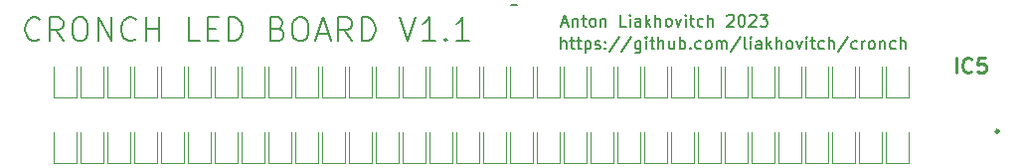
<source format=gbr>
%TF.GenerationSoftware,KiCad,Pcbnew,6.0.9*%
%TF.CreationDate,2023-02-18T01:22:43-08:00*%
%TF.ProjectId,effectpedal,65666665-6374-4706-9564-616c2e6b6963,rev?*%
%TF.SameCoordinates,Original*%
%TF.FileFunction,Legend,Top*%
%TF.FilePolarity,Positive*%
%FSLAX46Y46*%
G04 Gerber Fmt 4.6, Leading zero omitted, Abs format (unit mm)*
G04 Created by KiCad (PCBNEW 6.0.9) date 2023-02-18 01:22:43*
%MOMM*%
%LPD*%
G01*
G04 APERTURE LIST*
%ADD10C,0.150000*%
%ADD11C,0.254000*%
%ADD12C,0.120000*%
%ADD13C,0.250000*%
G04 APERTURE END LIST*
D10*
X106148500Y-167877000D02*
X105640500Y-167877000D01*
X105640500Y-167877000D02*
X106148500Y-167877000D01*
X106148500Y-167877000D02*
X105640500Y-167877000D01*
X65494833Y-170767285D02*
X65399595Y-170862523D01*
X65113880Y-170957761D01*
X64923404Y-170957761D01*
X64637690Y-170862523D01*
X64447214Y-170672047D01*
X64351976Y-170481571D01*
X64256738Y-170100619D01*
X64256738Y-169814904D01*
X64351976Y-169433952D01*
X64447214Y-169243476D01*
X64637690Y-169053000D01*
X64923404Y-168957761D01*
X65113880Y-168957761D01*
X65399595Y-169053000D01*
X65494833Y-169148238D01*
X67494833Y-170957761D02*
X66828166Y-170005380D01*
X66351976Y-170957761D02*
X66351976Y-168957761D01*
X67113880Y-168957761D01*
X67304357Y-169053000D01*
X67399595Y-169148238D01*
X67494833Y-169338714D01*
X67494833Y-169624428D01*
X67399595Y-169814904D01*
X67304357Y-169910142D01*
X67113880Y-170005380D01*
X66351976Y-170005380D01*
X68732928Y-168957761D02*
X69113880Y-168957761D01*
X69304357Y-169053000D01*
X69494833Y-169243476D01*
X69590071Y-169624428D01*
X69590071Y-170291095D01*
X69494833Y-170672047D01*
X69304357Y-170862523D01*
X69113880Y-170957761D01*
X68732928Y-170957761D01*
X68542452Y-170862523D01*
X68351976Y-170672047D01*
X68256738Y-170291095D01*
X68256738Y-169624428D01*
X68351976Y-169243476D01*
X68542452Y-169053000D01*
X68732928Y-168957761D01*
X70447214Y-170957761D02*
X70447214Y-168957761D01*
X71590071Y-170957761D01*
X71590071Y-168957761D01*
X73685309Y-170767285D02*
X73590071Y-170862523D01*
X73304357Y-170957761D01*
X73113880Y-170957761D01*
X72828166Y-170862523D01*
X72637690Y-170672047D01*
X72542452Y-170481571D01*
X72447214Y-170100619D01*
X72447214Y-169814904D01*
X72542452Y-169433952D01*
X72637690Y-169243476D01*
X72828166Y-169053000D01*
X73113880Y-168957761D01*
X73304357Y-168957761D01*
X73590071Y-169053000D01*
X73685309Y-169148238D01*
X74542452Y-170957761D02*
X74542452Y-168957761D01*
X74542452Y-169910142D02*
X75685309Y-169910142D01*
X75685309Y-170957761D02*
X75685309Y-168957761D01*
X79113880Y-170957761D02*
X78161500Y-170957761D01*
X78161500Y-168957761D01*
X79780547Y-169910142D02*
X80447214Y-169910142D01*
X80732928Y-170957761D02*
X79780547Y-170957761D01*
X79780547Y-168957761D01*
X80732928Y-168957761D01*
X81590071Y-170957761D02*
X81590071Y-168957761D01*
X82066261Y-168957761D01*
X82351976Y-169053000D01*
X82542452Y-169243476D01*
X82637690Y-169433952D01*
X82732928Y-169814904D01*
X82732928Y-170100619D01*
X82637690Y-170481571D01*
X82542452Y-170672047D01*
X82351976Y-170862523D01*
X82066261Y-170957761D01*
X81590071Y-170957761D01*
X85780547Y-169910142D02*
X86066261Y-170005380D01*
X86161500Y-170100619D01*
X86256738Y-170291095D01*
X86256738Y-170576809D01*
X86161500Y-170767285D01*
X86066261Y-170862523D01*
X85875785Y-170957761D01*
X85113880Y-170957761D01*
X85113880Y-168957761D01*
X85780547Y-168957761D01*
X85971023Y-169053000D01*
X86066261Y-169148238D01*
X86161500Y-169338714D01*
X86161500Y-169529190D01*
X86066261Y-169719666D01*
X85971023Y-169814904D01*
X85780547Y-169910142D01*
X85113880Y-169910142D01*
X87494833Y-168957761D02*
X87875785Y-168957761D01*
X88066261Y-169053000D01*
X88256738Y-169243476D01*
X88351976Y-169624428D01*
X88351976Y-170291095D01*
X88256738Y-170672047D01*
X88066261Y-170862523D01*
X87875785Y-170957761D01*
X87494833Y-170957761D01*
X87304357Y-170862523D01*
X87113880Y-170672047D01*
X87018642Y-170291095D01*
X87018642Y-169624428D01*
X87113880Y-169243476D01*
X87304357Y-169053000D01*
X87494833Y-168957761D01*
X89113880Y-170386333D02*
X90066261Y-170386333D01*
X88923404Y-170957761D02*
X89590071Y-168957761D01*
X90256738Y-170957761D01*
X92066261Y-170957761D02*
X91399595Y-170005380D01*
X90923404Y-170957761D02*
X90923404Y-168957761D01*
X91685309Y-168957761D01*
X91875785Y-169053000D01*
X91971023Y-169148238D01*
X92066261Y-169338714D01*
X92066261Y-169624428D01*
X91971023Y-169814904D01*
X91875785Y-169910142D01*
X91685309Y-170005380D01*
X90923404Y-170005380D01*
X92923404Y-170957761D02*
X92923404Y-168957761D01*
X93399595Y-168957761D01*
X93685309Y-169053000D01*
X93875785Y-169243476D01*
X93971023Y-169433952D01*
X94066261Y-169814904D01*
X94066261Y-170100619D01*
X93971023Y-170481571D01*
X93875785Y-170672047D01*
X93685309Y-170862523D01*
X93399595Y-170957761D01*
X92923404Y-170957761D01*
X96161500Y-168957761D02*
X96828166Y-170957761D01*
X97494833Y-168957761D01*
X99209119Y-170957761D02*
X98066261Y-170957761D01*
X98637690Y-170957761D02*
X98637690Y-168957761D01*
X98447214Y-169243476D01*
X98256738Y-169433952D01*
X98066261Y-169529190D01*
X100066261Y-170767285D02*
X100161500Y-170862523D01*
X100066261Y-170957761D01*
X99971023Y-170862523D01*
X100066261Y-170767285D01*
X100066261Y-170957761D01*
X102066261Y-170957761D02*
X100923404Y-170957761D01*
X101494833Y-170957761D02*
X101494833Y-168957761D01*
X101304357Y-169243476D01*
X101113880Y-169433952D01*
X100923404Y-169529190D01*
X109896833Y-171648380D02*
X109896833Y-170648380D01*
X110325404Y-171648380D02*
X110325404Y-171124571D01*
X110277785Y-171029333D01*
X110182547Y-170981714D01*
X110039690Y-170981714D01*
X109944452Y-171029333D01*
X109896833Y-171076952D01*
X110658738Y-170981714D02*
X111039690Y-170981714D01*
X110801595Y-170648380D02*
X110801595Y-171505523D01*
X110849214Y-171600761D01*
X110944452Y-171648380D01*
X111039690Y-171648380D01*
X111230166Y-170981714D02*
X111611119Y-170981714D01*
X111373023Y-170648380D02*
X111373023Y-171505523D01*
X111420642Y-171600761D01*
X111515880Y-171648380D01*
X111611119Y-171648380D01*
X111944452Y-170981714D02*
X111944452Y-171981714D01*
X111944452Y-171029333D02*
X112039690Y-170981714D01*
X112230166Y-170981714D01*
X112325404Y-171029333D01*
X112373023Y-171076952D01*
X112420642Y-171172190D01*
X112420642Y-171457904D01*
X112373023Y-171553142D01*
X112325404Y-171600761D01*
X112230166Y-171648380D01*
X112039690Y-171648380D01*
X111944452Y-171600761D01*
X112801595Y-171600761D02*
X112896833Y-171648380D01*
X113087309Y-171648380D01*
X113182547Y-171600761D01*
X113230166Y-171505523D01*
X113230166Y-171457904D01*
X113182547Y-171362666D01*
X113087309Y-171315047D01*
X112944452Y-171315047D01*
X112849214Y-171267428D01*
X112801595Y-171172190D01*
X112801595Y-171124571D01*
X112849214Y-171029333D01*
X112944452Y-170981714D01*
X113087309Y-170981714D01*
X113182547Y-171029333D01*
X113658738Y-171553142D02*
X113706357Y-171600761D01*
X113658738Y-171648380D01*
X113611119Y-171600761D01*
X113658738Y-171553142D01*
X113658738Y-171648380D01*
X113658738Y-171029333D02*
X113706357Y-171076952D01*
X113658738Y-171124571D01*
X113611119Y-171076952D01*
X113658738Y-171029333D01*
X113658738Y-171124571D01*
X114849214Y-170600761D02*
X113992071Y-171886476D01*
X115896833Y-170600761D02*
X115039690Y-171886476D01*
X116658738Y-170981714D02*
X116658738Y-171791238D01*
X116611119Y-171886476D01*
X116563500Y-171934095D01*
X116468261Y-171981714D01*
X116325404Y-171981714D01*
X116230166Y-171934095D01*
X116658738Y-171600761D02*
X116563500Y-171648380D01*
X116373023Y-171648380D01*
X116277785Y-171600761D01*
X116230166Y-171553142D01*
X116182547Y-171457904D01*
X116182547Y-171172190D01*
X116230166Y-171076952D01*
X116277785Y-171029333D01*
X116373023Y-170981714D01*
X116563500Y-170981714D01*
X116658738Y-171029333D01*
X117134928Y-171648380D02*
X117134928Y-170981714D01*
X117134928Y-170648380D02*
X117087309Y-170696000D01*
X117134928Y-170743619D01*
X117182547Y-170696000D01*
X117134928Y-170648380D01*
X117134928Y-170743619D01*
X117468261Y-170981714D02*
X117849214Y-170981714D01*
X117611119Y-170648380D02*
X117611119Y-171505523D01*
X117658738Y-171600761D01*
X117753976Y-171648380D01*
X117849214Y-171648380D01*
X118182547Y-171648380D02*
X118182547Y-170648380D01*
X118611119Y-171648380D02*
X118611119Y-171124571D01*
X118563500Y-171029333D01*
X118468261Y-170981714D01*
X118325404Y-170981714D01*
X118230166Y-171029333D01*
X118182547Y-171076952D01*
X119515880Y-170981714D02*
X119515880Y-171648380D01*
X119087309Y-170981714D02*
X119087309Y-171505523D01*
X119134928Y-171600761D01*
X119230166Y-171648380D01*
X119373023Y-171648380D01*
X119468261Y-171600761D01*
X119515880Y-171553142D01*
X119992071Y-171648380D02*
X119992071Y-170648380D01*
X119992071Y-171029333D02*
X120087309Y-170981714D01*
X120277785Y-170981714D01*
X120373023Y-171029333D01*
X120420642Y-171076952D01*
X120468261Y-171172190D01*
X120468261Y-171457904D01*
X120420642Y-171553142D01*
X120373023Y-171600761D01*
X120277785Y-171648380D01*
X120087309Y-171648380D01*
X119992071Y-171600761D01*
X120896833Y-171553142D02*
X120944452Y-171600761D01*
X120896833Y-171648380D01*
X120849214Y-171600761D01*
X120896833Y-171553142D01*
X120896833Y-171648380D01*
X121801595Y-171600761D02*
X121706357Y-171648380D01*
X121515880Y-171648380D01*
X121420642Y-171600761D01*
X121373023Y-171553142D01*
X121325404Y-171457904D01*
X121325404Y-171172190D01*
X121373023Y-171076952D01*
X121420642Y-171029333D01*
X121515880Y-170981714D01*
X121706357Y-170981714D01*
X121801595Y-171029333D01*
X122373023Y-171648380D02*
X122277785Y-171600761D01*
X122230166Y-171553142D01*
X122182547Y-171457904D01*
X122182547Y-171172190D01*
X122230166Y-171076952D01*
X122277785Y-171029333D01*
X122373023Y-170981714D01*
X122515880Y-170981714D01*
X122611119Y-171029333D01*
X122658738Y-171076952D01*
X122706357Y-171172190D01*
X122706357Y-171457904D01*
X122658738Y-171553142D01*
X122611119Y-171600761D01*
X122515880Y-171648380D01*
X122373023Y-171648380D01*
X123134928Y-171648380D02*
X123134928Y-170981714D01*
X123134928Y-171076952D02*
X123182547Y-171029333D01*
X123277785Y-170981714D01*
X123420642Y-170981714D01*
X123515880Y-171029333D01*
X123563500Y-171124571D01*
X123563500Y-171648380D01*
X123563500Y-171124571D02*
X123611119Y-171029333D01*
X123706357Y-170981714D01*
X123849214Y-170981714D01*
X123944452Y-171029333D01*
X123992071Y-171124571D01*
X123992071Y-171648380D01*
X125182547Y-170600761D02*
X124325404Y-171886476D01*
X125658738Y-171648380D02*
X125563500Y-171600761D01*
X125515880Y-171505523D01*
X125515880Y-170648380D01*
X126039690Y-171648380D02*
X126039690Y-170981714D01*
X126039690Y-170648380D02*
X125992071Y-170696000D01*
X126039690Y-170743619D01*
X126087309Y-170696000D01*
X126039690Y-170648380D01*
X126039690Y-170743619D01*
X126944452Y-171648380D02*
X126944452Y-171124571D01*
X126896833Y-171029333D01*
X126801595Y-170981714D01*
X126611119Y-170981714D01*
X126515880Y-171029333D01*
X126944452Y-171600761D02*
X126849214Y-171648380D01*
X126611119Y-171648380D01*
X126515880Y-171600761D01*
X126468261Y-171505523D01*
X126468261Y-171410285D01*
X126515880Y-171315047D01*
X126611119Y-171267428D01*
X126849214Y-171267428D01*
X126944452Y-171219809D01*
X127420642Y-171648380D02*
X127420642Y-170648380D01*
X127515880Y-171267428D02*
X127801595Y-171648380D01*
X127801595Y-170981714D02*
X127420642Y-171362666D01*
X128230166Y-171648380D02*
X128230166Y-170648380D01*
X128658738Y-171648380D02*
X128658738Y-171124571D01*
X128611119Y-171029333D01*
X128515880Y-170981714D01*
X128373023Y-170981714D01*
X128277785Y-171029333D01*
X128230166Y-171076952D01*
X129277785Y-171648380D02*
X129182547Y-171600761D01*
X129134928Y-171553142D01*
X129087309Y-171457904D01*
X129087309Y-171172190D01*
X129134928Y-171076952D01*
X129182547Y-171029333D01*
X129277785Y-170981714D01*
X129420642Y-170981714D01*
X129515880Y-171029333D01*
X129563500Y-171076952D01*
X129611119Y-171172190D01*
X129611119Y-171457904D01*
X129563500Y-171553142D01*
X129515880Y-171600761D01*
X129420642Y-171648380D01*
X129277785Y-171648380D01*
X129944452Y-170981714D02*
X130182547Y-171648380D01*
X130420642Y-170981714D01*
X130801595Y-171648380D02*
X130801595Y-170981714D01*
X130801595Y-170648380D02*
X130753976Y-170696000D01*
X130801595Y-170743619D01*
X130849214Y-170696000D01*
X130801595Y-170648380D01*
X130801595Y-170743619D01*
X131134928Y-170981714D02*
X131515880Y-170981714D01*
X131277785Y-170648380D02*
X131277785Y-171505523D01*
X131325404Y-171600761D01*
X131420642Y-171648380D01*
X131515880Y-171648380D01*
X132277785Y-171600761D02*
X132182547Y-171648380D01*
X131992071Y-171648380D01*
X131896833Y-171600761D01*
X131849214Y-171553142D01*
X131801595Y-171457904D01*
X131801595Y-171172190D01*
X131849214Y-171076952D01*
X131896833Y-171029333D01*
X131992071Y-170981714D01*
X132182547Y-170981714D01*
X132277785Y-171029333D01*
X132706357Y-171648380D02*
X132706357Y-170648380D01*
X133134928Y-171648380D02*
X133134928Y-171124571D01*
X133087309Y-171029333D01*
X132992071Y-170981714D01*
X132849214Y-170981714D01*
X132753976Y-171029333D01*
X132706357Y-171076952D01*
X134325404Y-170600761D02*
X133468261Y-171886476D01*
X135087309Y-171600761D02*
X134992071Y-171648380D01*
X134801595Y-171648380D01*
X134706357Y-171600761D01*
X134658738Y-171553142D01*
X134611119Y-171457904D01*
X134611119Y-171172190D01*
X134658738Y-171076952D01*
X134706357Y-171029333D01*
X134801595Y-170981714D01*
X134992071Y-170981714D01*
X135087309Y-171029333D01*
X135515880Y-171648380D02*
X135515880Y-170981714D01*
X135515880Y-171172190D02*
X135563500Y-171076952D01*
X135611119Y-171029333D01*
X135706357Y-170981714D01*
X135801595Y-170981714D01*
X136277785Y-171648380D02*
X136182547Y-171600761D01*
X136134928Y-171553142D01*
X136087309Y-171457904D01*
X136087309Y-171172190D01*
X136134928Y-171076952D01*
X136182547Y-171029333D01*
X136277785Y-170981714D01*
X136420642Y-170981714D01*
X136515880Y-171029333D01*
X136563500Y-171076952D01*
X136611119Y-171172190D01*
X136611119Y-171457904D01*
X136563500Y-171553142D01*
X136515880Y-171600761D01*
X136420642Y-171648380D01*
X136277785Y-171648380D01*
X137039690Y-170981714D02*
X137039690Y-171648380D01*
X137039690Y-171076952D02*
X137087309Y-171029333D01*
X137182547Y-170981714D01*
X137325404Y-170981714D01*
X137420642Y-171029333D01*
X137468261Y-171124571D01*
X137468261Y-171648380D01*
X138373023Y-171600761D02*
X138277785Y-171648380D01*
X138087309Y-171648380D01*
X137992071Y-171600761D01*
X137944452Y-171553142D01*
X137896833Y-171457904D01*
X137896833Y-171172190D01*
X137944452Y-171076952D01*
X137992071Y-171029333D01*
X138087309Y-170981714D01*
X138277785Y-170981714D01*
X138373023Y-171029333D01*
X138801595Y-171648380D02*
X138801595Y-170648380D01*
X139230166Y-171648380D02*
X139230166Y-171124571D01*
X139182547Y-171029333D01*
X139087309Y-170981714D01*
X138944452Y-170981714D01*
X138849214Y-171029333D01*
X138801595Y-171076952D01*
X109983404Y-169457666D02*
X110459595Y-169457666D01*
X109888166Y-169743380D02*
X110221500Y-168743380D01*
X110554833Y-169743380D01*
X110888166Y-169076714D02*
X110888166Y-169743380D01*
X110888166Y-169171952D02*
X110935785Y-169124333D01*
X111031023Y-169076714D01*
X111173880Y-169076714D01*
X111269119Y-169124333D01*
X111316738Y-169219571D01*
X111316738Y-169743380D01*
X111650071Y-169076714D02*
X112031023Y-169076714D01*
X111792928Y-168743380D02*
X111792928Y-169600523D01*
X111840547Y-169695761D01*
X111935785Y-169743380D01*
X112031023Y-169743380D01*
X112507214Y-169743380D02*
X112411976Y-169695761D01*
X112364357Y-169648142D01*
X112316738Y-169552904D01*
X112316738Y-169267190D01*
X112364357Y-169171952D01*
X112411976Y-169124333D01*
X112507214Y-169076714D01*
X112650071Y-169076714D01*
X112745309Y-169124333D01*
X112792928Y-169171952D01*
X112840547Y-169267190D01*
X112840547Y-169552904D01*
X112792928Y-169648142D01*
X112745309Y-169695761D01*
X112650071Y-169743380D01*
X112507214Y-169743380D01*
X113269119Y-169076714D02*
X113269119Y-169743380D01*
X113269119Y-169171952D02*
X113316738Y-169124333D01*
X113411976Y-169076714D01*
X113554833Y-169076714D01*
X113650071Y-169124333D01*
X113697690Y-169219571D01*
X113697690Y-169743380D01*
X115411976Y-169743380D02*
X114935785Y-169743380D01*
X114935785Y-168743380D01*
X115745309Y-169743380D02*
X115745309Y-169076714D01*
X115745309Y-168743380D02*
X115697690Y-168791000D01*
X115745309Y-168838619D01*
X115792928Y-168791000D01*
X115745309Y-168743380D01*
X115745309Y-168838619D01*
X116650071Y-169743380D02*
X116650071Y-169219571D01*
X116602452Y-169124333D01*
X116507214Y-169076714D01*
X116316738Y-169076714D01*
X116221500Y-169124333D01*
X116650071Y-169695761D02*
X116554833Y-169743380D01*
X116316738Y-169743380D01*
X116221500Y-169695761D01*
X116173880Y-169600523D01*
X116173880Y-169505285D01*
X116221500Y-169410047D01*
X116316738Y-169362428D01*
X116554833Y-169362428D01*
X116650071Y-169314809D01*
X117126261Y-169743380D02*
X117126261Y-168743380D01*
X117221500Y-169362428D02*
X117507214Y-169743380D01*
X117507214Y-169076714D02*
X117126261Y-169457666D01*
X117935785Y-169743380D02*
X117935785Y-168743380D01*
X118364357Y-169743380D02*
X118364357Y-169219571D01*
X118316738Y-169124333D01*
X118221500Y-169076714D01*
X118078642Y-169076714D01*
X117983404Y-169124333D01*
X117935785Y-169171952D01*
X118983404Y-169743380D02*
X118888166Y-169695761D01*
X118840547Y-169648142D01*
X118792928Y-169552904D01*
X118792928Y-169267190D01*
X118840547Y-169171952D01*
X118888166Y-169124333D01*
X118983404Y-169076714D01*
X119126261Y-169076714D01*
X119221500Y-169124333D01*
X119269119Y-169171952D01*
X119316738Y-169267190D01*
X119316738Y-169552904D01*
X119269119Y-169648142D01*
X119221500Y-169695761D01*
X119126261Y-169743380D01*
X118983404Y-169743380D01*
X119650071Y-169076714D02*
X119888166Y-169743380D01*
X120126261Y-169076714D01*
X120507214Y-169743380D02*
X120507214Y-169076714D01*
X120507214Y-168743380D02*
X120459595Y-168791000D01*
X120507214Y-168838619D01*
X120554833Y-168791000D01*
X120507214Y-168743380D01*
X120507214Y-168838619D01*
X120840547Y-169076714D02*
X121221500Y-169076714D01*
X120983404Y-168743380D02*
X120983404Y-169600523D01*
X121031023Y-169695761D01*
X121126261Y-169743380D01*
X121221500Y-169743380D01*
X121983404Y-169695761D02*
X121888166Y-169743380D01*
X121697690Y-169743380D01*
X121602452Y-169695761D01*
X121554833Y-169648142D01*
X121507214Y-169552904D01*
X121507214Y-169267190D01*
X121554833Y-169171952D01*
X121602452Y-169124333D01*
X121697690Y-169076714D01*
X121888166Y-169076714D01*
X121983404Y-169124333D01*
X122411976Y-169743380D02*
X122411976Y-168743380D01*
X122840547Y-169743380D02*
X122840547Y-169219571D01*
X122792928Y-169124333D01*
X122697690Y-169076714D01*
X122554833Y-169076714D01*
X122459595Y-169124333D01*
X122411976Y-169171952D01*
X124031023Y-168838619D02*
X124078642Y-168791000D01*
X124173880Y-168743380D01*
X124411976Y-168743380D01*
X124507214Y-168791000D01*
X124554833Y-168838619D01*
X124602452Y-168933857D01*
X124602452Y-169029095D01*
X124554833Y-169171952D01*
X123983404Y-169743380D01*
X124602452Y-169743380D01*
X125221500Y-168743380D02*
X125316738Y-168743380D01*
X125411976Y-168791000D01*
X125459595Y-168838619D01*
X125507214Y-168933857D01*
X125554833Y-169124333D01*
X125554833Y-169362428D01*
X125507214Y-169552904D01*
X125459595Y-169648142D01*
X125411976Y-169695761D01*
X125316738Y-169743380D01*
X125221500Y-169743380D01*
X125126261Y-169695761D01*
X125078642Y-169648142D01*
X125031023Y-169552904D01*
X124983404Y-169362428D01*
X124983404Y-169124333D01*
X125031023Y-168933857D01*
X125078642Y-168838619D01*
X125126261Y-168791000D01*
X125221500Y-168743380D01*
X125935785Y-168838619D02*
X125983404Y-168791000D01*
X126078642Y-168743380D01*
X126316738Y-168743380D01*
X126411976Y-168791000D01*
X126459595Y-168838619D01*
X126507214Y-168933857D01*
X126507214Y-169029095D01*
X126459595Y-169171952D01*
X125888166Y-169743380D01*
X126507214Y-169743380D01*
X126840547Y-168743380D02*
X127459595Y-168743380D01*
X127126261Y-169124333D01*
X127269119Y-169124333D01*
X127364357Y-169171952D01*
X127411976Y-169219571D01*
X127459595Y-169314809D01*
X127459595Y-169552904D01*
X127411976Y-169648142D01*
X127364357Y-169695761D01*
X127269119Y-169743380D01*
X126983404Y-169743380D01*
X126888166Y-169695761D01*
X126840547Y-169648142D01*
D11*
%TO.C,IC5*%
X143516738Y-173675523D02*
X143516738Y-172405523D01*
X144847214Y-173554571D02*
X144786738Y-173615047D01*
X144605309Y-173675523D01*
X144484357Y-173675523D01*
X144302928Y-173615047D01*
X144181976Y-173494095D01*
X144121500Y-173373142D01*
X144061023Y-173131238D01*
X144061023Y-172949809D01*
X144121500Y-172707904D01*
X144181976Y-172586952D01*
X144302928Y-172466000D01*
X144484357Y-172405523D01*
X144605309Y-172405523D01*
X144786738Y-172466000D01*
X144847214Y-172526476D01*
X145996261Y-172405523D02*
X145391500Y-172405523D01*
X145331023Y-173010285D01*
X145391500Y-172949809D01*
X145512452Y-172889333D01*
X145814833Y-172889333D01*
X145935785Y-172949809D01*
X145996261Y-173010285D01*
X146056738Y-173131238D01*
X146056738Y-173433619D01*
X145996261Y-173554571D01*
X145935785Y-173615047D01*
X145814833Y-173675523D01*
X145512452Y-173675523D01*
X145391500Y-173615047D01*
X145331023Y-173554571D01*
D12*
%TO.C,D28*%
X91853500Y-173117000D02*
X91853500Y-175802000D01*
X91853500Y-175802000D02*
X93773500Y-175802000D01*
X93773500Y-175802000D02*
X93773500Y-173117000D01*
%TO.C,D35*%
X107855500Y-173117000D02*
X107855500Y-175802000D01*
X107855500Y-175802000D02*
X109775500Y-175802000D01*
X109775500Y-175802000D02*
X109775500Y-173117000D01*
%TO.C,D78*%
X133001500Y-178705000D02*
X133001500Y-181390000D01*
X134921500Y-181390000D02*
X134921500Y-178705000D01*
X133001500Y-181390000D02*
X134921500Y-181390000D01*
%TO.C,D32*%
X100997500Y-175802000D02*
X102917500Y-175802000D01*
X102917500Y-175802000D02*
X102917500Y-173117000D01*
X100997500Y-173117000D02*
X100997500Y-175802000D01*
%TO.C,D51*%
X71279500Y-181390000D02*
X73199500Y-181390000D01*
X71279500Y-178705000D02*
X71279500Y-181390000D01*
X73199500Y-181390000D02*
X73199500Y-178705000D01*
%TO.C,D26*%
X87281500Y-173117000D02*
X87281500Y-175802000D01*
X87281500Y-175802000D02*
X89201500Y-175802000D01*
X89201500Y-175802000D02*
X89201500Y-173117000D01*
%TO.C,D20*%
X75485500Y-175802000D02*
X75485500Y-173117000D01*
X73565500Y-175802000D02*
X75485500Y-175802000D01*
X73565500Y-173117000D02*
X73565500Y-175802000D01*
%TO.C,D59*%
X91487500Y-181390000D02*
X91487500Y-178705000D01*
X89567500Y-181390000D02*
X91487500Y-181390000D01*
X89567500Y-178705000D02*
X89567500Y-181390000D01*
%TO.C,D48*%
X137573500Y-175802000D02*
X139493500Y-175802000D01*
X137573500Y-173117000D02*
X137573500Y-175802000D01*
X139493500Y-175802000D02*
X139493500Y-173117000D01*
%TO.C,D74*%
X123857500Y-181390000D02*
X125777500Y-181390000D01*
X125777500Y-181390000D02*
X125777500Y-178705000D01*
X123857500Y-178705000D02*
X123857500Y-181390000D01*
%TO.C,D57*%
X84995500Y-181390000D02*
X86915500Y-181390000D01*
X86915500Y-181390000D02*
X86915500Y-178705000D01*
X84995500Y-178705000D02*
X84995500Y-181390000D01*
%TO.C,D40*%
X119285500Y-173117000D02*
X119285500Y-175802000D01*
X119285500Y-175802000D02*
X121205500Y-175802000D01*
X121205500Y-175802000D02*
X121205500Y-173117000D01*
%TO.C,D61*%
X94139500Y-181390000D02*
X96059500Y-181390000D01*
X94139500Y-178705000D02*
X94139500Y-181390000D01*
X96059500Y-181390000D02*
X96059500Y-178705000D01*
%TO.C,D67*%
X107855500Y-178705000D02*
X107855500Y-181390000D01*
X107855500Y-181390000D02*
X109775500Y-181390000D01*
X109775500Y-181390000D02*
X109775500Y-178705000D01*
%TO.C,D77*%
X130715500Y-178705000D02*
X130715500Y-181390000D01*
X130715500Y-181390000D02*
X132635500Y-181390000D01*
X132635500Y-181390000D02*
X132635500Y-178705000D01*
%TO.C,D63*%
X100631500Y-181390000D02*
X100631500Y-178705000D01*
X98711500Y-181390000D02*
X100631500Y-181390000D01*
X98711500Y-178705000D02*
X98711500Y-181390000D01*
%TO.C,D72*%
X121205500Y-181390000D02*
X121205500Y-178705000D01*
X119285500Y-181390000D02*
X121205500Y-181390000D01*
X119285500Y-178705000D02*
X119285500Y-181390000D01*
%TO.C,D25*%
X84995500Y-175802000D02*
X86915500Y-175802000D01*
X86915500Y-175802000D02*
X86915500Y-173117000D01*
X84995500Y-173117000D02*
X84995500Y-175802000D01*
%TO.C,D55*%
X82343500Y-181390000D02*
X82343500Y-178705000D01*
X80423500Y-181390000D02*
X82343500Y-181390000D01*
X80423500Y-178705000D02*
X80423500Y-181390000D01*
%TO.C,D52*%
X75485500Y-181390000D02*
X75485500Y-178705000D01*
X73565500Y-178705000D02*
X73565500Y-181390000D01*
X73565500Y-181390000D02*
X75485500Y-181390000D01*
%TO.C,D39*%
X116999500Y-175802000D02*
X118919500Y-175802000D01*
X118919500Y-175802000D02*
X118919500Y-173117000D01*
X116999500Y-173117000D02*
X116999500Y-175802000D01*
%TO.C,D75*%
X128063500Y-181390000D02*
X128063500Y-178705000D01*
X126143500Y-181390000D02*
X128063500Y-181390000D01*
X126143500Y-178705000D02*
X126143500Y-181390000D01*
%TO.C,D58*%
X87281500Y-178705000D02*
X87281500Y-181390000D01*
X89201500Y-181390000D02*
X89201500Y-178705000D01*
X87281500Y-181390000D02*
X89201500Y-181390000D01*
%TO.C,D46*%
X133001500Y-173117000D02*
X133001500Y-175802000D01*
X133001500Y-175802000D02*
X134921500Y-175802000D01*
X134921500Y-175802000D02*
X134921500Y-173117000D01*
%TO.C,D21*%
X75851500Y-173117000D02*
X75851500Y-175802000D01*
X75851500Y-175802000D02*
X77771500Y-175802000D01*
X77771500Y-175802000D02*
X77771500Y-173117000D01*
%TO.C,D42*%
X123857500Y-173117000D02*
X123857500Y-175802000D01*
X123857500Y-175802000D02*
X125777500Y-175802000D01*
X125777500Y-175802000D02*
X125777500Y-173117000D01*
%TO.C,D31*%
X100631500Y-175802000D02*
X100631500Y-173117000D01*
X98711500Y-175802000D02*
X100631500Y-175802000D01*
X98711500Y-173117000D02*
X98711500Y-175802000D01*
%TO.C,D34*%
X105569500Y-173117000D02*
X105569500Y-175802000D01*
X107489500Y-175802000D02*
X107489500Y-173117000D01*
X105569500Y-175802000D02*
X107489500Y-175802000D01*
%TO.C,D23*%
X82343500Y-175802000D02*
X82343500Y-173117000D01*
X80423500Y-173117000D02*
X80423500Y-175802000D01*
X80423500Y-175802000D02*
X82343500Y-175802000D01*
%TO.C,D45*%
X130715500Y-175802000D02*
X132635500Y-175802000D01*
X130715500Y-173117000D02*
X130715500Y-175802000D01*
X132635500Y-175802000D02*
X132635500Y-173117000D01*
%TO.C,D65*%
X103283500Y-181390000D02*
X105203500Y-181390000D01*
X105203500Y-181390000D02*
X105203500Y-178705000D01*
X103283500Y-178705000D02*
X103283500Y-181390000D01*
%TO.C,D27*%
X89567500Y-175802000D02*
X91487500Y-175802000D01*
X91487500Y-175802000D02*
X91487500Y-173117000D01*
X89567500Y-173117000D02*
X89567500Y-175802000D01*
%TO.C,D41*%
X121571500Y-173117000D02*
X121571500Y-175802000D01*
X123491500Y-175802000D02*
X123491500Y-173117000D01*
X121571500Y-175802000D02*
X123491500Y-175802000D01*
%TO.C,D80*%
X137573500Y-178705000D02*
X137573500Y-181390000D01*
X139493500Y-181390000D02*
X139493500Y-178705000D01*
X137573500Y-181390000D02*
X139493500Y-181390000D01*
%TO.C,D64*%
X102917500Y-181390000D02*
X102917500Y-178705000D01*
X100997500Y-178705000D02*
X100997500Y-181390000D01*
X100997500Y-181390000D02*
X102917500Y-181390000D01*
%TO.C,D73*%
X121571500Y-181390000D02*
X123491500Y-181390000D01*
X123491500Y-181390000D02*
X123491500Y-178705000D01*
X121571500Y-178705000D02*
X121571500Y-181390000D01*
%TO.C,D71*%
X118919500Y-181390000D02*
X118919500Y-178705000D01*
X116999500Y-178705000D02*
X116999500Y-181390000D01*
X116999500Y-181390000D02*
X118919500Y-181390000D01*
%TO.C,D56*%
X84629500Y-181390000D02*
X84629500Y-178705000D01*
X82709500Y-178705000D02*
X82709500Y-181390000D01*
X82709500Y-181390000D02*
X84629500Y-181390000D01*
%TO.C,D54*%
X78137500Y-181390000D02*
X80057500Y-181390000D01*
X78137500Y-178705000D02*
X78137500Y-181390000D01*
X80057500Y-181390000D02*
X80057500Y-178705000D01*
%TO.C,D38*%
X116633500Y-175802000D02*
X116633500Y-173117000D01*
X114713500Y-175802000D02*
X116633500Y-175802000D01*
X114713500Y-173117000D02*
X114713500Y-175802000D01*
%TO.C,D17*%
X66707500Y-175802000D02*
X68627500Y-175802000D01*
X66707500Y-173117000D02*
X66707500Y-175802000D01*
X68627500Y-175802000D02*
X68627500Y-173117000D01*
%TO.C,D19*%
X73199500Y-175802000D02*
X73199500Y-173117000D01*
X71279500Y-175802000D02*
X73199500Y-175802000D01*
X71279500Y-173117000D02*
X71279500Y-175802000D01*
%TO.C,D43*%
X126143500Y-175802000D02*
X128063500Y-175802000D01*
X126143500Y-173117000D02*
X126143500Y-175802000D01*
X128063500Y-175802000D02*
X128063500Y-173117000D01*
%TO.C,D62*%
X96425500Y-178705000D02*
X96425500Y-181390000D01*
X98345500Y-181390000D02*
X98345500Y-178705000D01*
X96425500Y-181390000D02*
X98345500Y-181390000D01*
%TO.C,D30*%
X98345500Y-175802000D02*
X98345500Y-173117000D01*
X96425500Y-173117000D02*
X96425500Y-175802000D01*
X96425500Y-175802000D02*
X98345500Y-175802000D01*
D13*
%TO.C,IC5*%
X147154500Y-178657000D02*
G75*
G03*
X147154500Y-178657000I-125000J0D01*
G01*
D12*
%TO.C,D29*%
X94139500Y-175802000D02*
X96059500Y-175802000D01*
X96059500Y-175802000D02*
X96059500Y-173117000D01*
X94139500Y-173117000D02*
X94139500Y-175802000D01*
%TO.C,D70*%
X116633500Y-181390000D02*
X116633500Y-178705000D01*
X114713500Y-181390000D02*
X116633500Y-181390000D01*
X114713500Y-178705000D02*
X114713500Y-181390000D01*
%TO.C,D49*%
X66707500Y-178705000D02*
X66707500Y-181390000D01*
X68627500Y-181390000D02*
X68627500Y-178705000D01*
X66707500Y-181390000D02*
X68627500Y-181390000D01*
%TO.C,D36*%
X112061500Y-175802000D02*
X112061500Y-173117000D01*
X110141500Y-175802000D02*
X112061500Y-175802000D01*
X110141500Y-173117000D02*
X110141500Y-175802000D01*
%TO.C,D33*%
X103283500Y-173117000D02*
X103283500Y-175802000D01*
X105203500Y-175802000D02*
X105203500Y-173117000D01*
X103283500Y-175802000D02*
X105203500Y-175802000D01*
%TO.C,D68*%
X112061500Y-181390000D02*
X112061500Y-178705000D01*
X110141500Y-181390000D02*
X112061500Y-181390000D01*
X110141500Y-178705000D02*
X110141500Y-181390000D01*
%TO.C,D37*%
X112427500Y-173117000D02*
X112427500Y-175802000D01*
X112427500Y-175802000D02*
X114347500Y-175802000D01*
X114347500Y-175802000D02*
X114347500Y-173117000D01*
%TO.C,D76*%
X128429500Y-181390000D02*
X130349500Y-181390000D01*
X128429500Y-178705000D02*
X128429500Y-181390000D01*
X130349500Y-181390000D02*
X130349500Y-178705000D01*
%TO.C,D47*%
X135287500Y-175802000D02*
X137207500Y-175802000D01*
X135287500Y-173117000D02*
X135287500Y-175802000D01*
X137207500Y-175802000D02*
X137207500Y-173117000D01*
%TO.C,D18*%
X70913500Y-175802000D02*
X70913500Y-173117000D01*
X68993500Y-175802000D02*
X70913500Y-175802000D01*
X68993500Y-173117000D02*
X68993500Y-175802000D01*
%TO.C,D79*%
X135287500Y-178705000D02*
X135287500Y-181390000D01*
X135287500Y-181390000D02*
X137207500Y-181390000D01*
X137207500Y-181390000D02*
X137207500Y-178705000D01*
%TO.C,D22*%
X80057500Y-175802000D02*
X80057500Y-173117000D01*
X78137500Y-173117000D02*
X78137500Y-175802000D01*
X78137500Y-175802000D02*
X80057500Y-175802000D01*
%TO.C,D69*%
X112427500Y-181390000D02*
X114347500Y-181390000D01*
X112427500Y-178705000D02*
X112427500Y-181390000D01*
X114347500Y-181390000D02*
X114347500Y-178705000D01*
%TO.C,D60*%
X91853500Y-178705000D02*
X91853500Y-181390000D01*
X91853500Y-181390000D02*
X93773500Y-181390000D01*
X93773500Y-181390000D02*
X93773500Y-178705000D01*
%TO.C,D66*%
X105569500Y-181390000D02*
X107489500Y-181390000D01*
X105569500Y-178705000D02*
X105569500Y-181390000D01*
X107489500Y-181390000D02*
X107489500Y-178705000D01*
%TO.C,D44*%
X128429500Y-173117000D02*
X128429500Y-175802000D01*
X130349500Y-175802000D02*
X130349500Y-173117000D01*
X128429500Y-175802000D02*
X130349500Y-175802000D01*
%TO.C,D24*%
X84629500Y-175802000D02*
X84629500Y-173117000D01*
X82709500Y-175802000D02*
X84629500Y-175802000D01*
X82709500Y-173117000D02*
X82709500Y-175802000D01*
%TO.C,D50*%
X68993500Y-178705000D02*
X68993500Y-181390000D01*
X70913500Y-181390000D02*
X70913500Y-178705000D01*
X68993500Y-181390000D02*
X70913500Y-181390000D01*
%TO.C,D53*%
X75851500Y-178705000D02*
X75851500Y-181390000D01*
X77771500Y-181390000D02*
X77771500Y-178705000D01*
X75851500Y-181390000D02*
X77771500Y-181390000D01*
%TD*%
M02*

</source>
